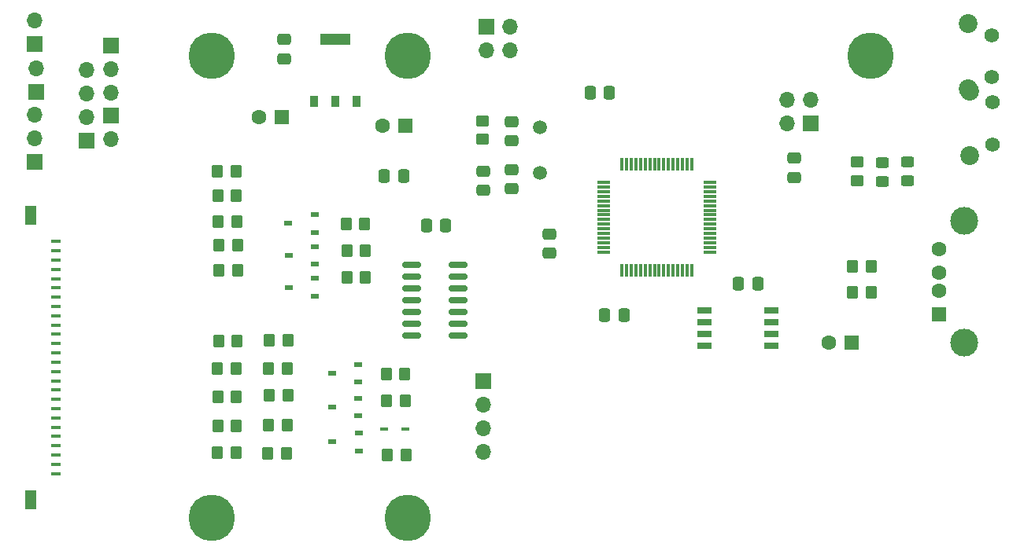
<source format=gbr>
%TF.GenerationSoftware,KiCad,Pcbnew,9.0.5*%
%TF.CreationDate,2025-10-23T08:30:37+01:00*%
%TF.ProjectId,Gotek,476f7465-6b2e-46b6-9963-61645f706362,rev?*%
%TF.SameCoordinates,Original*%
%TF.FileFunction,Soldermask,Top*%
%TF.FilePolarity,Negative*%
%FSLAX46Y46*%
G04 Gerber Fmt 4.6, Leading zero omitted, Abs format (unit mm)*
G04 Created by KiCad (PCBNEW 9.0.5) date 2025-10-23 08:30:37*
%MOMM*%
%LPD*%
G01*
G04 APERTURE LIST*
G04 Aperture macros list*
%AMRoundRect*
0 Rectangle with rounded corners*
0 $1 Rounding radius*
0 $2 $3 $4 $5 $6 $7 $8 $9 X,Y pos of 4 corners*
0 Add a 4 corners polygon primitive as box body*
4,1,4,$2,$3,$4,$5,$6,$7,$8,$9,$2,$3,0*
0 Add four circle primitives for the rounded corners*
1,1,$1+$1,$2,$3*
1,1,$1+$1,$4,$5*
1,1,$1+$1,$6,$7*
1,1,$1+$1,$8,$9*
0 Add four rect primitives between the rounded corners*
20,1,$1+$1,$2,$3,$4,$5,0*
20,1,$1+$1,$4,$5,$6,$7,0*
20,1,$1+$1,$6,$7,$8,$9,0*
20,1,$1+$1,$8,$9,$2,$3,0*%
G04 Aperture macros list end*
%ADD10C,5.000000*%
%ADD11R,1.700000X1.700000*%
%ADD12O,1.700000X1.700000*%
%ADD13RoundRect,0.250000X-0.350000X-0.450000X0.350000X-0.450000X0.350000X0.450000X-0.350000X0.450000X0*%
%ADD14RoundRect,0.250000X-0.475000X0.337500X-0.475000X-0.337500X0.475000X-0.337500X0.475000X0.337500X0*%
%ADD15R,1.600000X1.600000*%
%ADD16C,1.600000*%
%ADD17C,1.575000*%
%ADD18C,2.025000*%
%ADD19R,0.900000X0.600000*%
%ADD20RoundRect,0.250000X0.450000X-0.325000X0.450000X0.325000X-0.450000X0.325000X-0.450000X-0.325000X0*%
%ADD21RoundRect,0.250000X-0.337500X-0.475000X0.337500X-0.475000X0.337500X0.475000X-0.337500X0.475000X0*%
%ADD22R,1.650000X0.700000*%
%ADD23R,1.500000X1.600000*%
%ADD24C,3.000000*%
%ADD25R,0.820000X0.420000*%
%ADD26R,1.475000X0.300000*%
%ADD27R,0.300000X1.475000*%
%ADD28R,1.000000X0.400000*%
%ADD29R,1.300000X2.000000*%
%ADD30RoundRect,0.250000X0.337500X0.475000X-0.337500X0.475000X-0.337500X-0.475000X0.337500X-0.475000X0*%
%ADD31RoundRect,0.250000X-0.450000X0.350000X-0.450000X-0.350000X0.450000X-0.350000X0.450000X0.350000X0*%
%ADD32C,1.500000*%
%ADD33R,0.950000X1.300000*%
%ADD34R,3.250000X1.300000*%
%ADD35RoundRect,0.250000X0.350000X0.450000X-0.350000X0.450000X-0.350000X-0.450000X0.350000X-0.450000X0*%
%ADD36RoundRect,0.150000X-0.825000X-0.150000X0.825000X-0.150000X0.825000X0.150000X-0.825000X0.150000X0*%
G04 APERTURE END LIST*
D10*
%TO.C,H1*%
X118491000Y-60642500D03*
%TD*%
%TO.C,H2*%
X139573000Y-60642500D03*
%TD*%
%TO.C,H3*%
X118491000Y-110363000D03*
%TD*%
%TO.C,H4*%
X139573000Y-110363000D03*
%TD*%
%TO.C,H5*%
X189357000Y-60642500D03*
%TD*%
D11*
%TO.C,J10*%
X105038525Y-69713475D03*
D12*
X105038525Y-67173475D03*
X105038525Y-64633475D03*
X105038525Y-62093475D03*
%TD*%
D11*
%TO.C,J7*%
X147653375Y-95653700D03*
D12*
X147653375Y-98193700D03*
X147653375Y-100733700D03*
X147653375Y-103273700D03*
%TD*%
D13*
%TO.C,PU5*%
X119195975Y-91357450D03*
X121195975Y-91357450D03*
%TD*%
D14*
%TO.C,C4*%
X147659725Y-73025725D03*
X147659725Y-75100725D03*
%TD*%
D15*
%TO.C,C1*%
X187333138Y-91535250D03*
D16*
X184833138Y-91535250D03*
%TD*%
D17*
%TO.C,S4*%
X202485625Y-70133600D03*
X202485625Y-65633600D03*
D18*
X199985625Y-71383600D03*
X199985625Y-64383600D03*
%TD*%
D19*
%TO.C,Q5*%
X134226125Y-99390875D03*
X134226125Y-97490875D03*
X131426125Y-98440875D03*
%TD*%
D13*
%TO.C,RN4*%
X137337925Y-103641525D03*
X139337925Y-103641525D03*
%TD*%
D19*
%TO.C,Q6*%
X134226125Y-95761850D03*
X134226125Y-93861850D03*
X131426125Y-94811850D03*
%TD*%
D20*
%TO.C,L5*%
X190595250Y-74173550D03*
X190595250Y-72123550D03*
%TD*%
D21*
%TO.C,C20*%
X141561275Y-78879700D03*
X143636275Y-78879700D03*
%TD*%
D15*
%TO.C,C17*%
X139304913Y-68164075D03*
D16*
X136804913Y-68164075D03*
%TD*%
D11*
%TO.C,J1*%
X148000000Y-57500000D03*
D12*
X150540000Y-57500000D03*
X148000000Y-60040000D03*
X150540000Y-60040000D03*
%TD*%
D13*
%TO.C,PU12*%
X119056275Y-103397050D03*
X121056275Y-103397050D03*
%TD*%
D21*
%TO.C,C6*%
X159165925Y-64573150D03*
X161240925Y-64573150D03*
%TD*%
D17*
%TO.C,S3*%
X202345925Y-62915800D03*
X202345925Y-58415800D03*
D18*
X199845925Y-64165800D03*
X199845925Y-57165800D03*
%TD*%
D13*
%TO.C,PU13*%
X124498225Y-103431975D03*
X126498225Y-103431975D03*
%TD*%
%TO.C,PU2*%
X119164225Y-78432025D03*
X121164225Y-78432025D03*
%TD*%
%TO.C,PU11*%
X119126125Y-100466525D03*
X121126125Y-100466525D03*
%TD*%
D19*
%TO.C,Q3*%
X129523775Y-86497200D03*
X129523775Y-84597200D03*
X126723775Y-85547200D03*
%TD*%
D11*
%TO.C,JD1*%
X99568000Y-64465200D03*
D12*
X99568000Y-61925200D03*
%TD*%
D13*
%TO.C,PU9*%
X119126125Y-97326450D03*
X121126125Y-97326450D03*
%TD*%
D19*
%TO.C,Q4*%
X134261050Y-103159600D03*
X134261050Y-101259600D03*
X131461050Y-102209600D03*
%TD*%
D13*
%TO.C,RN2*%
X133016750Y-81600675D03*
X135016750Y-81600675D03*
%TD*%
%TO.C,PU8*%
X124637925Y-97221675D03*
X126637925Y-97221675D03*
%TD*%
D21*
%TO.C,C18*%
X137027375Y-73539350D03*
X139102375Y-73539350D03*
%TD*%
D11*
%TO.C,MO1*%
X99456875Y-72002650D03*
D12*
X99456875Y-69462650D03*
X99456875Y-66922650D03*
%TD*%
D14*
%TO.C,C5*%
X150764875Y-72851100D03*
X150764875Y-74926100D03*
%TD*%
D22*
%TO.C,U8*%
X171469500Y-88026875D03*
X171469500Y-89296875D03*
X171469500Y-90566875D03*
X171469500Y-91836875D03*
X178669500Y-91836875D03*
X178669500Y-90566875D03*
X178669500Y-89296875D03*
X178669500Y-88026875D03*
%TD*%
D11*
%TO.C,J3*%
X107664250Y-59467750D03*
D12*
X107664250Y-62007750D03*
X107664250Y-64547750D03*
%TD*%
D11*
%TO.C,J2*%
X182857775Y-67846575D03*
D12*
X180317775Y-67846575D03*
X182857775Y-65306575D03*
X180317775Y-65306575D03*
%TD*%
D13*
%TO.C,RN1*%
X132934075Y-78705075D03*
X134934075Y-78705075D03*
%TD*%
D23*
%TO.C,P3*%
X196706525Y-88456650D03*
D16*
X196706525Y-85956650D03*
X196706525Y-83956650D03*
X196706525Y-81456650D03*
D24*
X199416525Y-91526650D03*
X199416525Y-78386650D03*
%TD*%
D19*
%TO.C,Q2*%
X129552525Y-83042800D03*
X129552525Y-81142800D03*
X126752525Y-82092800D03*
%TD*%
D25*
%TO.C,DID1*%
X139313300Y-100812600D03*
X137013300Y-100812600D03*
%TD*%
D13*
%TO.C,RN3*%
X133016750Y-84461350D03*
X135016750Y-84461350D03*
%TD*%
%TO.C,RN5*%
X137303000Y-97742375D03*
X139303000Y-97742375D03*
%TD*%
D14*
%TO.C,C3*%
X150729950Y-67688550D03*
X150729950Y-69763550D03*
%TD*%
D26*
%TO.C,U3*%
X160606600Y-74250225D03*
X160606600Y-74750225D03*
X160606600Y-75250225D03*
X160606600Y-75750225D03*
X160606600Y-76250225D03*
X160606600Y-76750225D03*
X160606600Y-77250225D03*
X160606600Y-77750225D03*
X160606600Y-78250225D03*
X160606600Y-78750225D03*
X160606600Y-79250225D03*
X160606600Y-79750225D03*
X160606600Y-80250225D03*
X160606600Y-80750225D03*
X160606600Y-81250225D03*
X160606600Y-81750225D03*
D27*
X162594600Y-83738225D03*
X163094600Y-83738225D03*
X163594600Y-83738225D03*
X164094600Y-83738225D03*
X164594600Y-83738225D03*
X165094600Y-83738225D03*
X165594600Y-83738225D03*
X166094600Y-83738225D03*
X166594600Y-83738225D03*
X167094600Y-83738225D03*
X167594600Y-83738225D03*
X168094600Y-83738225D03*
X168594600Y-83738225D03*
X169094600Y-83738225D03*
X169594600Y-83738225D03*
X170094600Y-83738225D03*
D26*
X172082600Y-81750225D03*
X172082600Y-81250225D03*
X172082600Y-80750225D03*
X172082600Y-80250225D03*
X172082600Y-79750225D03*
X172082600Y-79250225D03*
X172082600Y-78750225D03*
X172082600Y-78250225D03*
X172082600Y-77750225D03*
X172082600Y-77250225D03*
X172082600Y-76750225D03*
X172082600Y-76250225D03*
X172082600Y-75750225D03*
X172082600Y-75250225D03*
X172082600Y-74750225D03*
X172082600Y-74250225D03*
D27*
X170094600Y-72262225D03*
X169594600Y-72262225D03*
X169094600Y-72262225D03*
X168594600Y-72262225D03*
X168094600Y-72262225D03*
X167594600Y-72262225D03*
X167094600Y-72262225D03*
X166594600Y-72262225D03*
X166094600Y-72262225D03*
X165594600Y-72262225D03*
X165094600Y-72262225D03*
X164594600Y-72262225D03*
X164094600Y-72262225D03*
X163594600Y-72262225D03*
X163094600Y-72262225D03*
X162594600Y-72262225D03*
%TD*%
D13*
%TO.C,PU1*%
X119129300Y-75638025D03*
X121129300Y-75638025D03*
%TD*%
D11*
%TO.C,JE1*%
X99456875Y-59356625D03*
D12*
X99456875Y-56816625D03*
%TD*%
D28*
%TO.C,P1*%
X101666675Y-80618051D03*
X101666675Y-81618051D03*
X101666675Y-82618052D03*
X101666675Y-83618050D03*
X101666675Y-84618050D03*
X101666675Y-85618051D03*
X101666675Y-86618051D03*
X101666675Y-87618049D03*
X101666675Y-88618050D03*
X101666675Y-89618050D03*
X101666675Y-90618051D03*
X101666675Y-91618051D03*
X101666675Y-92618049D03*
X101666675Y-93618050D03*
X101666675Y-94618051D03*
X101666675Y-95618051D03*
X101666675Y-96618052D03*
X101666675Y-97618050D03*
X101666675Y-98618050D03*
X101666675Y-99618051D03*
X101666675Y-100618051D03*
X101666675Y-101618052D03*
X101666675Y-102618050D03*
X101666675Y-103618050D03*
X101666675Y-104618051D03*
X101666675Y-105618051D03*
D29*
X98966676Y-77818076D03*
X98966676Y-108418026D03*
%TD*%
D14*
%TO.C,C23*%
X126253875Y-58846900D03*
X126253875Y-60921900D03*
%TD*%
D13*
%TO.C,PU6*%
X124555250Y-94322900D03*
X126555250Y-94322900D03*
%TD*%
%TO.C,RN6*%
X137233150Y-94916625D03*
X139233150Y-94916625D03*
%TD*%
%TO.C,R2*%
X187375925Y-86077425D03*
X189375925Y-86077425D03*
%TD*%
D30*
%TO.C,C8*%
X162797400Y-88576150D03*
X160722400Y-88576150D03*
%TD*%
D31*
%TO.C,R10*%
X147589875Y-67621275D03*
X147589875Y-69621275D03*
%TD*%
D32*
%TO.C,Y1*%
X153800175Y-73233450D03*
X153800175Y-68333450D03*
%TD*%
D11*
%TO.C,J4*%
X107607100Y-67016075D03*
D12*
X107607100Y-69556075D03*
%TD*%
D33*
%TO.C,U4*%
X129434400Y-65554600D03*
X131724400Y-65554600D03*
X134014400Y-65554600D03*
D34*
X131724400Y-58854600D03*
%TD*%
D13*
%TO.C,PU10*%
X124603000Y-100396675D03*
X126603000Y-100396675D03*
%TD*%
D35*
%TO.C,RN13*%
X121059450Y-73091675D03*
X119059450Y-73091675D03*
%TD*%
D19*
%TO.C,Q1*%
X129517600Y-79623325D03*
X129517600Y-77723325D03*
X126717600Y-78673325D03*
%TD*%
D20*
%TO.C,L4*%
X193328925Y-74084925D03*
X193328925Y-72034925D03*
%TD*%
D13*
%TO.C,PU14*%
X119269000Y-83734275D03*
X121269000Y-83734275D03*
%TD*%
D36*
%TO.C,U1*%
X139984075Y-83127850D03*
X139984075Y-84397850D03*
X139984075Y-85667850D03*
X139984075Y-86937850D03*
X139984075Y-88207850D03*
X139984075Y-89477850D03*
X139984075Y-90747850D03*
X144934075Y-90747850D03*
X144934075Y-89477850D03*
X144934075Y-88207850D03*
X144934075Y-86937850D03*
X144934075Y-85667850D03*
X144934075Y-84397850D03*
X144934075Y-83127850D03*
%TD*%
D13*
%TO.C,R1*%
X187417200Y-83331050D03*
X189417200Y-83331050D03*
%TD*%
D31*
%TO.C,R21*%
X187915550Y-72059925D03*
X187915550Y-74059925D03*
%TD*%
D14*
%TO.C,C9*%
X154774900Y-79794825D03*
X154774900Y-81869825D03*
%TD*%
D35*
%TO.C,PU4*%
X126637925Y-91287600D03*
X124637925Y-91287600D03*
%TD*%
D14*
%TO.C,C7*%
X181105175Y-71628725D03*
X181105175Y-73703725D03*
%TD*%
D15*
%TO.C,C19*%
X126017025Y-67227450D03*
D16*
X123517025Y-67227450D03*
%TD*%
D13*
%TO.C,PU3*%
X119269000Y-80978375D03*
X121269000Y-80978375D03*
%TD*%
%TO.C,PU7*%
X119091200Y-94322900D03*
X121091200Y-94322900D03*
%TD*%
D21*
%TO.C,C16*%
X175146425Y-85185250D03*
X177221425Y-85185250D03*
%TD*%
M02*

</source>
